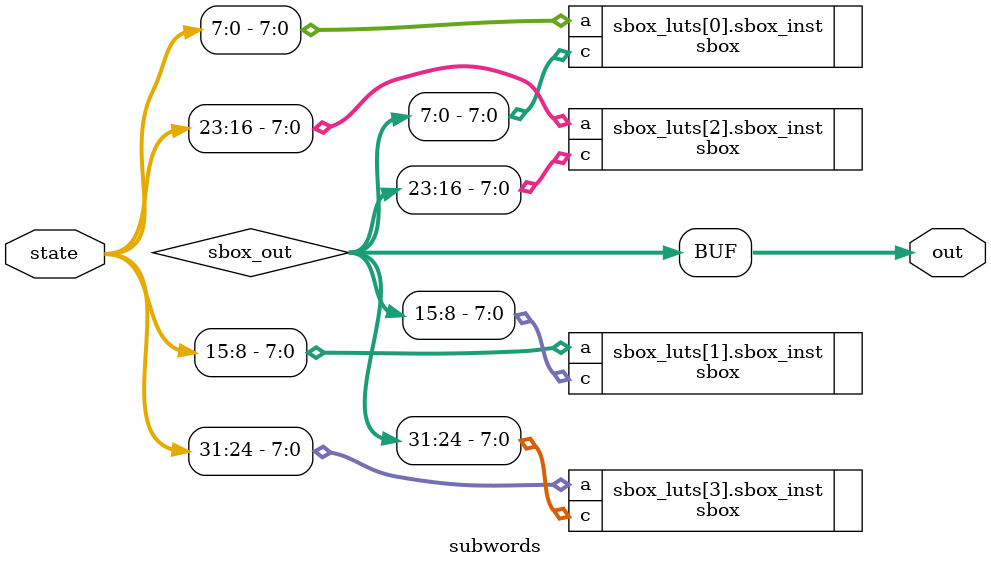
<source format=sv>
module subwords(
    input [31:0] state,
    output [31:0] out
);

logic [31:0] sbox_out;

genvar i;
generate
    for (i = 0; i < 4; i = i + 1) begin : sbox_luts
        sbox sbox_inst (
            .a(state[i*8 +: 8]),
            .c(sbox_out[i*8 +: 8])
        );
    end
endgenerate

assign out = sbox_out;

endmodule
</source>
